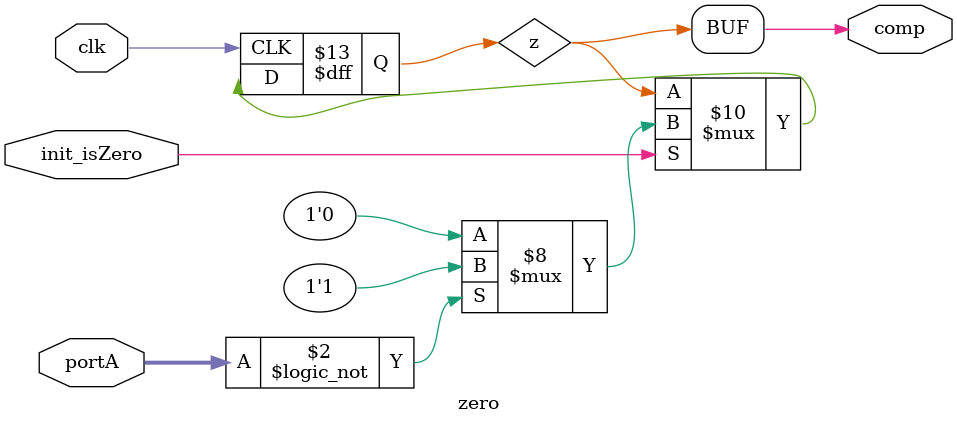
<source format=v>
`timescale 1ns / 1ps
module zero(
  input [2:0] portA, //Por defecto, trabajar solo con el A
  input init_isZero, //Enable de la operacion
  input clk,
  output comp        //Salida del comparador
);
reg [2:0] A;
reg z;

assign comp = z; /*Importante: assign solo se usa para cables (wire), usando la
                  sintaxis:
                  assign wire_name = value;
                  */

always @ (posedge clk) begin
  if (init_isZero) begin
  A = portA; /*Importante: Si se quiere asignar valores a registros, toca
               hacerlo dentro de un bloque always, porque para almacenar en un
               registro se necesita algun flanco que habilite su carga(poner
               regA = 20 fuera de un always seria hacerlo asincrono, entonces
               esta mal)*/
    if (A == 0) begin
      z <= 1;
    end else begin
      z <= 0;
    end
  end
end

endmodule

</source>
